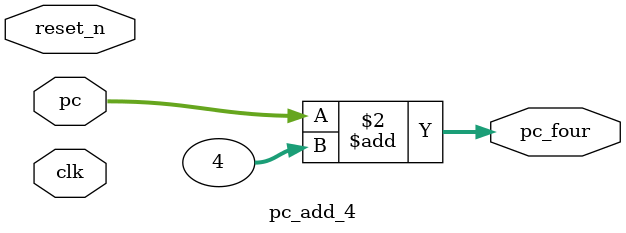
<source format=sv>
module pc_add_4(
	input bit clk,
	input bit reset_n,
	input logic [31:0] pc,
	output logic [31:0] pc_four
);

	always_comb begin
		pc_four = pc + 4;
	end
endmodule 



</source>
